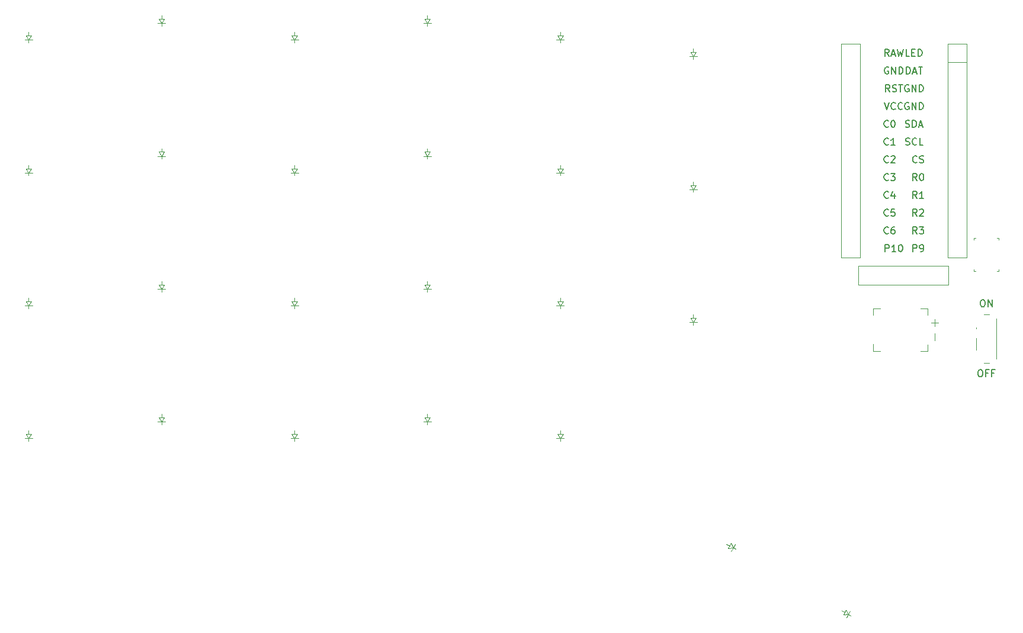
<source format=gbr>
%TF.GenerationSoftware,KiCad,Pcbnew,9.0.2*%
%TF.CreationDate,2025-06-15T23:24:52+08:00*%
%TF.ProjectId,eggada50_wireless_autorouted_manually_routed,65676761-6461-4353-905f-776972656c65,0.2*%
%TF.SameCoordinates,Original*%
%TF.FileFunction,Legend,Top*%
%TF.FilePolarity,Positive*%
%FSLAX46Y46*%
G04 Gerber Fmt 4.6, Leading zero omitted, Abs format (unit mm)*
G04 Created by KiCad (PCBNEW 9.0.2) date 2025-06-15 23:24:52*
%MOMM*%
%LPD*%
G01*
G04 APERTURE LIST*
%ADD10C,0.150000*%
%ADD11C,0.100000*%
%ADD12C,0.120000*%
G04 APERTURE END LIST*
D10*
X228880952Y-79204819D02*
X229071428Y-79204819D01*
X229071428Y-79204819D02*
X229166666Y-79252438D01*
X229166666Y-79252438D02*
X229261904Y-79347676D01*
X229261904Y-79347676D02*
X229309523Y-79538152D01*
X229309523Y-79538152D02*
X229309523Y-79871485D01*
X229309523Y-79871485D02*
X229261904Y-80061961D01*
X229261904Y-80061961D02*
X229166666Y-80157200D01*
X229166666Y-80157200D02*
X229071428Y-80204819D01*
X229071428Y-80204819D02*
X228880952Y-80204819D01*
X228880952Y-80204819D02*
X228785714Y-80157200D01*
X228785714Y-80157200D02*
X228690476Y-80061961D01*
X228690476Y-80061961D02*
X228642857Y-79871485D01*
X228642857Y-79871485D02*
X228642857Y-79538152D01*
X228642857Y-79538152D02*
X228690476Y-79347676D01*
X228690476Y-79347676D02*
X228785714Y-79252438D01*
X228785714Y-79252438D02*
X228880952Y-79204819D01*
X229738095Y-80204819D02*
X229738095Y-79204819D01*
X229738095Y-79204819D02*
X230309523Y-80204819D01*
X230309523Y-80204819D02*
X230309523Y-79204819D01*
X228547619Y-89204819D02*
X228738095Y-89204819D01*
X228738095Y-89204819D02*
X228833333Y-89252438D01*
X228833333Y-89252438D02*
X228928571Y-89347676D01*
X228928571Y-89347676D02*
X228976190Y-89538152D01*
X228976190Y-89538152D02*
X228976190Y-89871485D01*
X228976190Y-89871485D02*
X228928571Y-90061961D01*
X228928571Y-90061961D02*
X228833333Y-90157200D01*
X228833333Y-90157200D02*
X228738095Y-90204819D01*
X228738095Y-90204819D02*
X228547619Y-90204819D01*
X228547619Y-90204819D02*
X228452381Y-90157200D01*
X228452381Y-90157200D02*
X228357143Y-90061961D01*
X228357143Y-90061961D02*
X228309524Y-89871485D01*
X228309524Y-89871485D02*
X228309524Y-89538152D01*
X228309524Y-89538152D02*
X228357143Y-89347676D01*
X228357143Y-89347676D02*
X228452381Y-89252438D01*
X228452381Y-89252438D02*
X228547619Y-89204819D01*
X229738095Y-89681009D02*
X229404762Y-89681009D01*
X229404762Y-90204819D02*
X229404762Y-89204819D01*
X229404762Y-89204819D02*
X229880952Y-89204819D01*
X230595238Y-89681009D02*
X230261905Y-89681009D01*
X230261905Y-90204819D02*
X230261905Y-89204819D01*
X230261905Y-89204819D02*
X230738095Y-89204819D01*
X218392095Y-51042438D02*
X218296857Y-50994819D01*
X218296857Y-50994819D02*
X218154000Y-50994819D01*
X218154000Y-50994819D02*
X218011143Y-51042438D01*
X218011143Y-51042438D02*
X217915905Y-51137676D01*
X217915905Y-51137676D02*
X217868286Y-51232914D01*
X217868286Y-51232914D02*
X217820667Y-51423390D01*
X217820667Y-51423390D02*
X217820667Y-51566247D01*
X217820667Y-51566247D02*
X217868286Y-51756723D01*
X217868286Y-51756723D02*
X217915905Y-51851961D01*
X217915905Y-51851961D02*
X218011143Y-51947200D01*
X218011143Y-51947200D02*
X218154000Y-51994819D01*
X218154000Y-51994819D02*
X218249238Y-51994819D01*
X218249238Y-51994819D02*
X218392095Y-51947200D01*
X218392095Y-51947200D02*
X218439714Y-51899580D01*
X218439714Y-51899580D02*
X218439714Y-51566247D01*
X218439714Y-51566247D02*
X218249238Y-51566247D01*
X218868286Y-51994819D02*
X218868286Y-50994819D01*
X218868286Y-50994819D02*
X219439714Y-51994819D01*
X219439714Y-51994819D02*
X219439714Y-50994819D01*
X219915905Y-51994819D02*
X219915905Y-50994819D01*
X219915905Y-50994819D02*
X220154000Y-50994819D01*
X220154000Y-50994819D02*
X220296857Y-51042438D01*
X220296857Y-51042438D02*
X220392095Y-51137676D01*
X220392095Y-51137676D02*
X220439714Y-51232914D01*
X220439714Y-51232914D02*
X220487333Y-51423390D01*
X220487333Y-51423390D02*
X220487333Y-51566247D01*
X220487333Y-51566247D02*
X220439714Y-51756723D01*
X220439714Y-51756723D02*
X220392095Y-51851961D01*
X220392095Y-51851961D02*
X220296857Y-51947200D01*
X220296857Y-51947200D02*
X220154000Y-51994819D01*
X220154000Y-51994819D02*
X219915905Y-51994819D01*
X218392095Y-48502438D02*
X218296857Y-48454819D01*
X218296857Y-48454819D02*
X218154000Y-48454819D01*
X218154000Y-48454819D02*
X218011143Y-48502438D01*
X218011143Y-48502438D02*
X217915905Y-48597676D01*
X217915905Y-48597676D02*
X217868286Y-48692914D01*
X217868286Y-48692914D02*
X217820667Y-48883390D01*
X217820667Y-48883390D02*
X217820667Y-49026247D01*
X217820667Y-49026247D02*
X217868286Y-49216723D01*
X217868286Y-49216723D02*
X217915905Y-49311961D01*
X217915905Y-49311961D02*
X218011143Y-49407200D01*
X218011143Y-49407200D02*
X218154000Y-49454819D01*
X218154000Y-49454819D02*
X218249238Y-49454819D01*
X218249238Y-49454819D02*
X218392095Y-49407200D01*
X218392095Y-49407200D02*
X218439714Y-49359580D01*
X218439714Y-49359580D02*
X218439714Y-49026247D01*
X218439714Y-49026247D02*
X218249238Y-49026247D01*
X218868286Y-49454819D02*
X218868286Y-48454819D01*
X218868286Y-48454819D02*
X219439714Y-49454819D01*
X219439714Y-49454819D02*
X219439714Y-48454819D01*
X219915905Y-49454819D02*
X219915905Y-48454819D01*
X219915905Y-48454819D02*
X220154000Y-48454819D01*
X220154000Y-48454819D02*
X220296857Y-48502438D01*
X220296857Y-48502438D02*
X220392095Y-48597676D01*
X220392095Y-48597676D02*
X220439714Y-48692914D01*
X220439714Y-48692914D02*
X220487333Y-48883390D01*
X220487333Y-48883390D02*
X220487333Y-49026247D01*
X220487333Y-49026247D02*
X220439714Y-49216723D01*
X220439714Y-49216723D02*
X220392095Y-49311961D01*
X220392095Y-49311961D02*
X220296857Y-49407200D01*
X220296857Y-49407200D02*
X220154000Y-49454819D01*
X220154000Y-49454819D02*
X219915905Y-49454819D01*
X218082571Y-46914819D02*
X218082571Y-45914819D01*
X218082571Y-45914819D02*
X218320666Y-45914819D01*
X218320666Y-45914819D02*
X218463523Y-45962438D01*
X218463523Y-45962438D02*
X218558761Y-46057676D01*
X218558761Y-46057676D02*
X218606380Y-46152914D01*
X218606380Y-46152914D02*
X218653999Y-46343390D01*
X218653999Y-46343390D02*
X218653999Y-46486247D01*
X218653999Y-46486247D02*
X218606380Y-46676723D01*
X218606380Y-46676723D02*
X218558761Y-46771961D01*
X218558761Y-46771961D02*
X218463523Y-46867200D01*
X218463523Y-46867200D02*
X218320666Y-46914819D01*
X218320666Y-46914819D02*
X218082571Y-46914819D01*
X219034952Y-46629104D02*
X219511142Y-46629104D01*
X218939714Y-46914819D02*
X219273047Y-45914819D01*
X219273047Y-45914819D02*
X219606380Y-46914819D01*
X219796857Y-45914819D02*
X220368285Y-45914819D01*
X220082571Y-46914819D02*
X220082571Y-45914819D01*
X215497333Y-59519580D02*
X215449714Y-59567200D01*
X215449714Y-59567200D02*
X215306857Y-59614819D01*
X215306857Y-59614819D02*
X215211619Y-59614819D01*
X215211619Y-59614819D02*
X215068762Y-59567200D01*
X215068762Y-59567200D02*
X214973524Y-59471961D01*
X214973524Y-59471961D02*
X214925905Y-59376723D01*
X214925905Y-59376723D02*
X214878286Y-59186247D01*
X214878286Y-59186247D02*
X214878286Y-59043390D01*
X214878286Y-59043390D02*
X214925905Y-58852914D01*
X214925905Y-58852914D02*
X214973524Y-58757676D01*
X214973524Y-58757676D02*
X215068762Y-58662438D01*
X215068762Y-58662438D02*
X215211619Y-58614819D01*
X215211619Y-58614819D02*
X215306857Y-58614819D01*
X215306857Y-58614819D02*
X215449714Y-58662438D01*
X215449714Y-58662438D02*
X215497333Y-58710057D01*
X215878286Y-58710057D02*
X215925905Y-58662438D01*
X215925905Y-58662438D02*
X216021143Y-58614819D01*
X216021143Y-58614819D02*
X216259238Y-58614819D01*
X216259238Y-58614819D02*
X216354476Y-58662438D01*
X216354476Y-58662438D02*
X216402095Y-58710057D01*
X216402095Y-58710057D02*
X216449714Y-58805295D01*
X216449714Y-58805295D02*
X216449714Y-58900533D01*
X216449714Y-58900533D02*
X216402095Y-59043390D01*
X216402095Y-59043390D02*
X215830667Y-59614819D01*
X215830667Y-59614819D02*
X216449714Y-59614819D01*
X215497333Y-62059580D02*
X215449714Y-62107200D01*
X215449714Y-62107200D02*
X215306857Y-62154819D01*
X215306857Y-62154819D02*
X215211619Y-62154819D01*
X215211619Y-62154819D02*
X215068762Y-62107200D01*
X215068762Y-62107200D02*
X214973524Y-62011961D01*
X214973524Y-62011961D02*
X214925905Y-61916723D01*
X214925905Y-61916723D02*
X214878286Y-61726247D01*
X214878286Y-61726247D02*
X214878286Y-61583390D01*
X214878286Y-61583390D02*
X214925905Y-61392914D01*
X214925905Y-61392914D02*
X214973524Y-61297676D01*
X214973524Y-61297676D02*
X215068762Y-61202438D01*
X215068762Y-61202438D02*
X215211619Y-61154819D01*
X215211619Y-61154819D02*
X215306857Y-61154819D01*
X215306857Y-61154819D02*
X215449714Y-61202438D01*
X215449714Y-61202438D02*
X215497333Y-61250057D01*
X215830667Y-61154819D02*
X216449714Y-61154819D01*
X216449714Y-61154819D02*
X216116381Y-61535771D01*
X216116381Y-61535771D02*
X216259238Y-61535771D01*
X216259238Y-61535771D02*
X216354476Y-61583390D01*
X216354476Y-61583390D02*
X216402095Y-61631009D01*
X216402095Y-61631009D02*
X216449714Y-61726247D01*
X216449714Y-61726247D02*
X216449714Y-61964342D01*
X216449714Y-61964342D02*
X216402095Y-62059580D01*
X216402095Y-62059580D02*
X216354476Y-62107200D01*
X216354476Y-62107200D02*
X216259238Y-62154819D01*
X216259238Y-62154819D02*
X215973524Y-62154819D01*
X215973524Y-62154819D02*
X215878286Y-62107200D01*
X215878286Y-62107200D02*
X215830667Y-62059580D01*
X215497333Y-69679580D02*
X215449714Y-69727200D01*
X215449714Y-69727200D02*
X215306857Y-69774819D01*
X215306857Y-69774819D02*
X215211619Y-69774819D01*
X215211619Y-69774819D02*
X215068762Y-69727200D01*
X215068762Y-69727200D02*
X214973524Y-69631961D01*
X214973524Y-69631961D02*
X214925905Y-69536723D01*
X214925905Y-69536723D02*
X214878286Y-69346247D01*
X214878286Y-69346247D02*
X214878286Y-69203390D01*
X214878286Y-69203390D02*
X214925905Y-69012914D01*
X214925905Y-69012914D02*
X214973524Y-68917676D01*
X214973524Y-68917676D02*
X215068762Y-68822438D01*
X215068762Y-68822438D02*
X215211619Y-68774819D01*
X215211619Y-68774819D02*
X215306857Y-68774819D01*
X215306857Y-68774819D02*
X215449714Y-68822438D01*
X215449714Y-68822438D02*
X215497333Y-68870057D01*
X216354476Y-68774819D02*
X216164000Y-68774819D01*
X216164000Y-68774819D02*
X216068762Y-68822438D01*
X216068762Y-68822438D02*
X216021143Y-68870057D01*
X216021143Y-68870057D02*
X215925905Y-69012914D01*
X215925905Y-69012914D02*
X215878286Y-69203390D01*
X215878286Y-69203390D02*
X215878286Y-69584342D01*
X215878286Y-69584342D02*
X215925905Y-69679580D01*
X215925905Y-69679580D02*
X215973524Y-69727200D01*
X215973524Y-69727200D02*
X216068762Y-69774819D01*
X216068762Y-69774819D02*
X216259238Y-69774819D01*
X216259238Y-69774819D02*
X216354476Y-69727200D01*
X216354476Y-69727200D02*
X216402095Y-69679580D01*
X216402095Y-69679580D02*
X216449714Y-69584342D01*
X216449714Y-69584342D02*
X216449714Y-69346247D01*
X216449714Y-69346247D02*
X216402095Y-69251009D01*
X216402095Y-69251009D02*
X216354476Y-69203390D01*
X216354476Y-69203390D02*
X216259238Y-69155771D01*
X216259238Y-69155771D02*
X216068762Y-69155771D01*
X216068762Y-69155771D02*
X215973524Y-69203390D01*
X215973524Y-69203390D02*
X215925905Y-69251009D01*
X215925905Y-69251009D02*
X215878286Y-69346247D01*
X215497333Y-54439580D02*
X215449714Y-54487200D01*
X215449714Y-54487200D02*
X215306857Y-54534819D01*
X215306857Y-54534819D02*
X215211619Y-54534819D01*
X215211619Y-54534819D02*
X215068762Y-54487200D01*
X215068762Y-54487200D02*
X214973524Y-54391961D01*
X214973524Y-54391961D02*
X214925905Y-54296723D01*
X214925905Y-54296723D02*
X214878286Y-54106247D01*
X214878286Y-54106247D02*
X214878286Y-53963390D01*
X214878286Y-53963390D02*
X214925905Y-53772914D01*
X214925905Y-53772914D02*
X214973524Y-53677676D01*
X214973524Y-53677676D02*
X215068762Y-53582438D01*
X215068762Y-53582438D02*
X215211619Y-53534819D01*
X215211619Y-53534819D02*
X215306857Y-53534819D01*
X215306857Y-53534819D02*
X215449714Y-53582438D01*
X215449714Y-53582438D02*
X215497333Y-53630057D01*
X216116381Y-53534819D02*
X216211619Y-53534819D01*
X216211619Y-53534819D02*
X216306857Y-53582438D01*
X216306857Y-53582438D02*
X216354476Y-53630057D01*
X216354476Y-53630057D02*
X216402095Y-53725295D01*
X216402095Y-53725295D02*
X216449714Y-53915771D01*
X216449714Y-53915771D02*
X216449714Y-54153866D01*
X216449714Y-54153866D02*
X216402095Y-54344342D01*
X216402095Y-54344342D02*
X216354476Y-54439580D01*
X216354476Y-54439580D02*
X216306857Y-54487200D01*
X216306857Y-54487200D02*
X216211619Y-54534819D01*
X216211619Y-54534819D02*
X216116381Y-54534819D01*
X216116381Y-54534819D02*
X216021143Y-54487200D01*
X216021143Y-54487200D02*
X215973524Y-54439580D01*
X215973524Y-54439580D02*
X215925905Y-54344342D01*
X215925905Y-54344342D02*
X215878286Y-54153866D01*
X215878286Y-54153866D02*
X215878286Y-53915771D01*
X215878286Y-53915771D02*
X215925905Y-53725295D01*
X215925905Y-53725295D02*
X215973524Y-53630057D01*
X215973524Y-53630057D02*
X216021143Y-53582438D01*
X216021143Y-53582438D02*
X216116381Y-53534819D01*
X215492095Y-45962438D02*
X215396857Y-45914819D01*
X215396857Y-45914819D02*
X215254000Y-45914819D01*
X215254000Y-45914819D02*
X215111143Y-45962438D01*
X215111143Y-45962438D02*
X215015905Y-46057676D01*
X215015905Y-46057676D02*
X214968286Y-46152914D01*
X214968286Y-46152914D02*
X214920667Y-46343390D01*
X214920667Y-46343390D02*
X214920667Y-46486247D01*
X214920667Y-46486247D02*
X214968286Y-46676723D01*
X214968286Y-46676723D02*
X215015905Y-46771961D01*
X215015905Y-46771961D02*
X215111143Y-46867200D01*
X215111143Y-46867200D02*
X215254000Y-46914819D01*
X215254000Y-46914819D02*
X215349238Y-46914819D01*
X215349238Y-46914819D02*
X215492095Y-46867200D01*
X215492095Y-46867200D02*
X215539714Y-46819580D01*
X215539714Y-46819580D02*
X215539714Y-46486247D01*
X215539714Y-46486247D02*
X215349238Y-46486247D01*
X215968286Y-46914819D02*
X215968286Y-45914819D01*
X215968286Y-45914819D02*
X216539714Y-46914819D01*
X216539714Y-46914819D02*
X216539714Y-45914819D01*
X217015905Y-46914819D02*
X217015905Y-45914819D01*
X217015905Y-45914819D02*
X217254000Y-45914819D01*
X217254000Y-45914819D02*
X217396857Y-45962438D01*
X217396857Y-45962438D02*
X217492095Y-46057676D01*
X217492095Y-46057676D02*
X217539714Y-46152914D01*
X217539714Y-46152914D02*
X217587333Y-46343390D01*
X217587333Y-46343390D02*
X217587333Y-46486247D01*
X217587333Y-46486247D02*
X217539714Y-46676723D01*
X217539714Y-46676723D02*
X217492095Y-46771961D01*
X217492095Y-46771961D02*
X217396857Y-46867200D01*
X217396857Y-46867200D02*
X217254000Y-46914819D01*
X217254000Y-46914819D02*
X217015905Y-46914819D01*
X219577333Y-67234819D02*
X219244000Y-66758628D01*
X219005905Y-67234819D02*
X219005905Y-66234819D01*
X219005905Y-66234819D02*
X219386857Y-66234819D01*
X219386857Y-66234819D02*
X219482095Y-66282438D01*
X219482095Y-66282438D02*
X219529714Y-66330057D01*
X219529714Y-66330057D02*
X219577333Y-66425295D01*
X219577333Y-66425295D02*
X219577333Y-66568152D01*
X219577333Y-66568152D02*
X219529714Y-66663390D01*
X219529714Y-66663390D02*
X219482095Y-66711009D01*
X219482095Y-66711009D02*
X219386857Y-66758628D01*
X219386857Y-66758628D02*
X219005905Y-66758628D01*
X219958286Y-66330057D02*
X220005905Y-66282438D01*
X220005905Y-66282438D02*
X220101143Y-66234819D01*
X220101143Y-66234819D02*
X220339238Y-66234819D01*
X220339238Y-66234819D02*
X220434476Y-66282438D01*
X220434476Y-66282438D02*
X220482095Y-66330057D01*
X220482095Y-66330057D02*
X220529714Y-66425295D01*
X220529714Y-66425295D02*
X220529714Y-66520533D01*
X220529714Y-66520533D02*
X220482095Y-66663390D01*
X220482095Y-66663390D02*
X219910667Y-67234819D01*
X219910667Y-67234819D02*
X220529714Y-67234819D01*
X219577333Y-69774819D02*
X219244000Y-69298628D01*
X219005905Y-69774819D02*
X219005905Y-68774819D01*
X219005905Y-68774819D02*
X219386857Y-68774819D01*
X219386857Y-68774819D02*
X219482095Y-68822438D01*
X219482095Y-68822438D02*
X219529714Y-68870057D01*
X219529714Y-68870057D02*
X219577333Y-68965295D01*
X219577333Y-68965295D02*
X219577333Y-69108152D01*
X219577333Y-69108152D02*
X219529714Y-69203390D01*
X219529714Y-69203390D02*
X219482095Y-69251009D01*
X219482095Y-69251009D02*
X219386857Y-69298628D01*
X219386857Y-69298628D02*
X219005905Y-69298628D01*
X219910667Y-68774819D02*
X220529714Y-68774819D01*
X220529714Y-68774819D02*
X220196381Y-69155771D01*
X220196381Y-69155771D02*
X220339238Y-69155771D01*
X220339238Y-69155771D02*
X220434476Y-69203390D01*
X220434476Y-69203390D02*
X220482095Y-69251009D01*
X220482095Y-69251009D02*
X220529714Y-69346247D01*
X220529714Y-69346247D02*
X220529714Y-69584342D01*
X220529714Y-69584342D02*
X220482095Y-69679580D01*
X220482095Y-69679580D02*
X220434476Y-69727200D01*
X220434476Y-69727200D02*
X220339238Y-69774819D01*
X220339238Y-69774819D02*
X220053524Y-69774819D01*
X220053524Y-69774819D02*
X219958286Y-69727200D01*
X219958286Y-69727200D02*
X219910667Y-69679580D01*
X219577333Y-59519580D02*
X219529714Y-59567200D01*
X219529714Y-59567200D02*
X219386857Y-59614819D01*
X219386857Y-59614819D02*
X219291619Y-59614819D01*
X219291619Y-59614819D02*
X219148762Y-59567200D01*
X219148762Y-59567200D02*
X219053524Y-59471961D01*
X219053524Y-59471961D02*
X219005905Y-59376723D01*
X219005905Y-59376723D02*
X218958286Y-59186247D01*
X218958286Y-59186247D02*
X218958286Y-59043390D01*
X218958286Y-59043390D02*
X219005905Y-58852914D01*
X219005905Y-58852914D02*
X219053524Y-58757676D01*
X219053524Y-58757676D02*
X219148762Y-58662438D01*
X219148762Y-58662438D02*
X219291619Y-58614819D01*
X219291619Y-58614819D02*
X219386857Y-58614819D01*
X219386857Y-58614819D02*
X219529714Y-58662438D01*
X219529714Y-58662438D02*
X219577333Y-58710057D01*
X219958286Y-59567200D02*
X220101143Y-59614819D01*
X220101143Y-59614819D02*
X220339238Y-59614819D01*
X220339238Y-59614819D02*
X220434476Y-59567200D01*
X220434476Y-59567200D02*
X220482095Y-59519580D01*
X220482095Y-59519580D02*
X220529714Y-59424342D01*
X220529714Y-59424342D02*
X220529714Y-59329104D01*
X220529714Y-59329104D02*
X220482095Y-59233866D01*
X220482095Y-59233866D02*
X220434476Y-59186247D01*
X220434476Y-59186247D02*
X220339238Y-59138628D01*
X220339238Y-59138628D02*
X220148762Y-59091009D01*
X220148762Y-59091009D02*
X220053524Y-59043390D01*
X220053524Y-59043390D02*
X220005905Y-58995771D01*
X220005905Y-58995771D02*
X219958286Y-58900533D01*
X219958286Y-58900533D02*
X219958286Y-58805295D01*
X219958286Y-58805295D02*
X220005905Y-58710057D01*
X220005905Y-58710057D02*
X220053524Y-58662438D01*
X220053524Y-58662438D02*
X220148762Y-58614819D01*
X220148762Y-58614819D02*
X220386857Y-58614819D01*
X220386857Y-58614819D02*
X220529714Y-58662438D01*
X217963524Y-57027200D02*
X218106381Y-57074819D01*
X218106381Y-57074819D02*
X218344476Y-57074819D01*
X218344476Y-57074819D02*
X218439714Y-57027200D01*
X218439714Y-57027200D02*
X218487333Y-56979580D01*
X218487333Y-56979580D02*
X218534952Y-56884342D01*
X218534952Y-56884342D02*
X218534952Y-56789104D01*
X218534952Y-56789104D02*
X218487333Y-56693866D01*
X218487333Y-56693866D02*
X218439714Y-56646247D01*
X218439714Y-56646247D02*
X218344476Y-56598628D01*
X218344476Y-56598628D02*
X218154000Y-56551009D01*
X218154000Y-56551009D02*
X218058762Y-56503390D01*
X218058762Y-56503390D02*
X218011143Y-56455771D01*
X218011143Y-56455771D02*
X217963524Y-56360533D01*
X217963524Y-56360533D02*
X217963524Y-56265295D01*
X217963524Y-56265295D02*
X218011143Y-56170057D01*
X218011143Y-56170057D02*
X218058762Y-56122438D01*
X218058762Y-56122438D02*
X218154000Y-56074819D01*
X218154000Y-56074819D02*
X218392095Y-56074819D01*
X218392095Y-56074819D02*
X218534952Y-56122438D01*
X219534952Y-56979580D02*
X219487333Y-57027200D01*
X219487333Y-57027200D02*
X219344476Y-57074819D01*
X219344476Y-57074819D02*
X219249238Y-57074819D01*
X219249238Y-57074819D02*
X219106381Y-57027200D01*
X219106381Y-57027200D02*
X219011143Y-56931961D01*
X219011143Y-56931961D02*
X218963524Y-56836723D01*
X218963524Y-56836723D02*
X218915905Y-56646247D01*
X218915905Y-56646247D02*
X218915905Y-56503390D01*
X218915905Y-56503390D02*
X218963524Y-56312914D01*
X218963524Y-56312914D02*
X219011143Y-56217676D01*
X219011143Y-56217676D02*
X219106381Y-56122438D01*
X219106381Y-56122438D02*
X219249238Y-56074819D01*
X219249238Y-56074819D02*
X219344476Y-56074819D01*
X219344476Y-56074819D02*
X219487333Y-56122438D01*
X219487333Y-56122438D02*
X219534952Y-56170057D01*
X220439714Y-57074819D02*
X219963524Y-57074819D01*
X219963524Y-57074819D02*
X219963524Y-56074819D01*
X214920667Y-50994819D02*
X215254000Y-51994819D01*
X215254000Y-51994819D02*
X215587333Y-50994819D01*
X216492095Y-51899580D02*
X216444476Y-51947200D01*
X216444476Y-51947200D02*
X216301619Y-51994819D01*
X216301619Y-51994819D02*
X216206381Y-51994819D01*
X216206381Y-51994819D02*
X216063524Y-51947200D01*
X216063524Y-51947200D02*
X215968286Y-51851961D01*
X215968286Y-51851961D02*
X215920667Y-51756723D01*
X215920667Y-51756723D02*
X215873048Y-51566247D01*
X215873048Y-51566247D02*
X215873048Y-51423390D01*
X215873048Y-51423390D02*
X215920667Y-51232914D01*
X215920667Y-51232914D02*
X215968286Y-51137676D01*
X215968286Y-51137676D02*
X216063524Y-51042438D01*
X216063524Y-51042438D02*
X216206381Y-50994819D01*
X216206381Y-50994819D02*
X216301619Y-50994819D01*
X216301619Y-50994819D02*
X216444476Y-51042438D01*
X216444476Y-51042438D02*
X216492095Y-51090057D01*
X217492095Y-51899580D02*
X217444476Y-51947200D01*
X217444476Y-51947200D02*
X217301619Y-51994819D01*
X217301619Y-51994819D02*
X217206381Y-51994819D01*
X217206381Y-51994819D02*
X217063524Y-51947200D01*
X217063524Y-51947200D02*
X216968286Y-51851961D01*
X216968286Y-51851961D02*
X216920667Y-51756723D01*
X216920667Y-51756723D02*
X216873048Y-51566247D01*
X216873048Y-51566247D02*
X216873048Y-51423390D01*
X216873048Y-51423390D02*
X216920667Y-51232914D01*
X216920667Y-51232914D02*
X216968286Y-51137676D01*
X216968286Y-51137676D02*
X217063524Y-51042438D01*
X217063524Y-51042438D02*
X217206381Y-50994819D01*
X217206381Y-50994819D02*
X217301619Y-50994819D01*
X217301619Y-50994819D02*
X217444476Y-51042438D01*
X217444476Y-51042438D02*
X217492095Y-51090057D01*
X215706380Y-49454819D02*
X215373047Y-48978628D01*
X215134952Y-49454819D02*
X215134952Y-48454819D01*
X215134952Y-48454819D02*
X215515904Y-48454819D01*
X215515904Y-48454819D02*
X215611142Y-48502438D01*
X215611142Y-48502438D02*
X215658761Y-48550057D01*
X215658761Y-48550057D02*
X215706380Y-48645295D01*
X215706380Y-48645295D02*
X215706380Y-48788152D01*
X215706380Y-48788152D02*
X215658761Y-48883390D01*
X215658761Y-48883390D02*
X215611142Y-48931009D01*
X215611142Y-48931009D02*
X215515904Y-48978628D01*
X215515904Y-48978628D02*
X215134952Y-48978628D01*
X216087333Y-49407200D02*
X216230190Y-49454819D01*
X216230190Y-49454819D02*
X216468285Y-49454819D01*
X216468285Y-49454819D02*
X216563523Y-49407200D01*
X216563523Y-49407200D02*
X216611142Y-49359580D01*
X216611142Y-49359580D02*
X216658761Y-49264342D01*
X216658761Y-49264342D02*
X216658761Y-49169104D01*
X216658761Y-49169104D02*
X216611142Y-49073866D01*
X216611142Y-49073866D02*
X216563523Y-49026247D01*
X216563523Y-49026247D02*
X216468285Y-48978628D01*
X216468285Y-48978628D02*
X216277809Y-48931009D01*
X216277809Y-48931009D02*
X216182571Y-48883390D01*
X216182571Y-48883390D02*
X216134952Y-48835771D01*
X216134952Y-48835771D02*
X216087333Y-48740533D01*
X216087333Y-48740533D02*
X216087333Y-48645295D01*
X216087333Y-48645295D02*
X216134952Y-48550057D01*
X216134952Y-48550057D02*
X216182571Y-48502438D01*
X216182571Y-48502438D02*
X216277809Y-48454819D01*
X216277809Y-48454819D02*
X216515904Y-48454819D01*
X216515904Y-48454819D02*
X216658761Y-48502438D01*
X216944476Y-48454819D02*
X217515904Y-48454819D01*
X217230190Y-49454819D02*
X217230190Y-48454819D01*
X219577333Y-64694819D02*
X219244000Y-64218628D01*
X219005905Y-64694819D02*
X219005905Y-63694819D01*
X219005905Y-63694819D02*
X219386857Y-63694819D01*
X219386857Y-63694819D02*
X219482095Y-63742438D01*
X219482095Y-63742438D02*
X219529714Y-63790057D01*
X219529714Y-63790057D02*
X219577333Y-63885295D01*
X219577333Y-63885295D02*
X219577333Y-64028152D01*
X219577333Y-64028152D02*
X219529714Y-64123390D01*
X219529714Y-64123390D02*
X219482095Y-64171009D01*
X219482095Y-64171009D02*
X219386857Y-64218628D01*
X219386857Y-64218628D02*
X219005905Y-64218628D01*
X220529714Y-64694819D02*
X219958286Y-64694819D01*
X220244000Y-64694819D02*
X220244000Y-63694819D01*
X220244000Y-63694819D02*
X220148762Y-63837676D01*
X220148762Y-63837676D02*
X220053524Y-63932914D01*
X220053524Y-63932914D02*
X219958286Y-63980533D01*
X215039714Y-72314819D02*
X215039714Y-71314819D01*
X215039714Y-71314819D02*
X215420666Y-71314819D01*
X215420666Y-71314819D02*
X215515904Y-71362438D01*
X215515904Y-71362438D02*
X215563523Y-71410057D01*
X215563523Y-71410057D02*
X215611142Y-71505295D01*
X215611142Y-71505295D02*
X215611142Y-71648152D01*
X215611142Y-71648152D02*
X215563523Y-71743390D01*
X215563523Y-71743390D02*
X215515904Y-71791009D01*
X215515904Y-71791009D02*
X215420666Y-71838628D01*
X215420666Y-71838628D02*
X215039714Y-71838628D01*
X216563523Y-72314819D02*
X215992095Y-72314819D01*
X216277809Y-72314819D02*
X216277809Y-71314819D01*
X216277809Y-71314819D02*
X216182571Y-71457676D01*
X216182571Y-71457676D02*
X216087333Y-71552914D01*
X216087333Y-71552914D02*
X215992095Y-71600533D01*
X217182571Y-71314819D02*
X217277809Y-71314819D01*
X217277809Y-71314819D02*
X217373047Y-71362438D01*
X217373047Y-71362438D02*
X217420666Y-71410057D01*
X217420666Y-71410057D02*
X217468285Y-71505295D01*
X217468285Y-71505295D02*
X217515904Y-71695771D01*
X217515904Y-71695771D02*
X217515904Y-71933866D01*
X217515904Y-71933866D02*
X217468285Y-72124342D01*
X217468285Y-72124342D02*
X217420666Y-72219580D01*
X217420666Y-72219580D02*
X217373047Y-72267200D01*
X217373047Y-72267200D02*
X217277809Y-72314819D01*
X217277809Y-72314819D02*
X217182571Y-72314819D01*
X217182571Y-72314819D02*
X217087333Y-72267200D01*
X217087333Y-72267200D02*
X217039714Y-72219580D01*
X217039714Y-72219580D02*
X216992095Y-72124342D01*
X216992095Y-72124342D02*
X216944476Y-71933866D01*
X216944476Y-71933866D02*
X216944476Y-71695771D01*
X216944476Y-71695771D02*
X216992095Y-71505295D01*
X216992095Y-71505295D02*
X217039714Y-71410057D01*
X217039714Y-71410057D02*
X217087333Y-71362438D01*
X217087333Y-71362438D02*
X217182571Y-71314819D01*
X215497333Y-64599580D02*
X215449714Y-64647200D01*
X215449714Y-64647200D02*
X215306857Y-64694819D01*
X215306857Y-64694819D02*
X215211619Y-64694819D01*
X215211619Y-64694819D02*
X215068762Y-64647200D01*
X215068762Y-64647200D02*
X214973524Y-64551961D01*
X214973524Y-64551961D02*
X214925905Y-64456723D01*
X214925905Y-64456723D02*
X214878286Y-64266247D01*
X214878286Y-64266247D02*
X214878286Y-64123390D01*
X214878286Y-64123390D02*
X214925905Y-63932914D01*
X214925905Y-63932914D02*
X214973524Y-63837676D01*
X214973524Y-63837676D02*
X215068762Y-63742438D01*
X215068762Y-63742438D02*
X215211619Y-63694819D01*
X215211619Y-63694819D02*
X215306857Y-63694819D01*
X215306857Y-63694819D02*
X215449714Y-63742438D01*
X215449714Y-63742438D02*
X215497333Y-63790057D01*
X216354476Y-64028152D02*
X216354476Y-64694819D01*
X216116381Y-63647200D02*
X215878286Y-64361485D01*
X215878286Y-64361485D02*
X216497333Y-64361485D01*
X215563523Y-44374819D02*
X215230190Y-43898628D01*
X214992095Y-44374819D02*
X214992095Y-43374819D01*
X214992095Y-43374819D02*
X215373047Y-43374819D01*
X215373047Y-43374819D02*
X215468285Y-43422438D01*
X215468285Y-43422438D02*
X215515904Y-43470057D01*
X215515904Y-43470057D02*
X215563523Y-43565295D01*
X215563523Y-43565295D02*
X215563523Y-43708152D01*
X215563523Y-43708152D02*
X215515904Y-43803390D01*
X215515904Y-43803390D02*
X215468285Y-43851009D01*
X215468285Y-43851009D02*
X215373047Y-43898628D01*
X215373047Y-43898628D02*
X214992095Y-43898628D01*
X215944476Y-44089104D02*
X216420666Y-44089104D01*
X215849238Y-44374819D02*
X216182571Y-43374819D01*
X216182571Y-43374819D02*
X216515904Y-44374819D01*
X216754000Y-43374819D02*
X216992095Y-44374819D01*
X216992095Y-44374819D02*
X217182571Y-43660533D01*
X217182571Y-43660533D02*
X217373047Y-44374819D01*
X217373047Y-44374819D02*
X217611143Y-43374819D01*
X219577333Y-62154819D02*
X219244000Y-61678628D01*
X219005905Y-62154819D02*
X219005905Y-61154819D01*
X219005905Y-61154819D02*
X219386857Y-61154819D01*
X219386857Y-61154819D02*
X219482095Y-61202438D01*
X219482095Y-61202438D02*
X219529714Y-61250057D01*
X219529714Y-61250057D02*
X219577333Y-61345295D01*
X219577333Y-61345295D02*
X219577333Y-61488152D01*
X219577333Y-61488152D02*
X219529714Y-61583390D01*
X219529714Y-61583390D02*
X219482095Y-61631009D01*
X219482095Y-61631009D02*
X219386857Y-61678628D01*
X219386857Y-61678628D02*
X219005905Y-61678628D01*
X220196381Y-61154819D02*
X220291619Y-61154819D01*
X220291619Y-61154819D02*
X220386857Y-61202438D01*
X220386857Y-61202438D02*
X220434476Y-61250057D01*
X220434476Y-61250057D02*
X220482095Y-61345295D01*
X220482095Y-61345295D02*
X220529714Y-61535771D01*
X220529714Y-61535771D02*
X220529714Y-61773866D01*
X220529714Y-61773866D02*
X220482095Y-61964342D01*
X220482095Y-61964342D02*
X220434476Y-62059580D01*
X220434476Y-62059580D02*
X220386857Y-62107200D01*
X220386857Y-62107200D02*
X220291619Y-62154819D01*
X220291619Y-62154819D02*
X220196381Y-62154819D01*
X220196381Y-62154819D02*
X220101143Y-62107200D01*
X220101143Y-62107200D02*
X220053524Y-62059580D01*
X220053524Y-62059580D02*
X220005905Y-61964342D01*
X220005905Y-61964342D02*
X219958286Y-61773866D01*
X219958286Y-61773866D02*
X219958286Y-61535771D01*
X219958286Y-61535771D02*
X220005905Y-61345295D01*
X220005905Y-61345295D02*
X220053524Y-61250057D01*
X220053524Y-61250057D02*
X220101143Y-61202438D01*
X220101143Y-61202438D02*
X220196381Y-61154819D01*
X218511142Y-44374819D02*
X218034952Y-44374819D01*
X218034952Y-44374819D02*
X218034952Y-43374819D01*
X218844476Y-43851009D02*
X219177809Y-43851009D01*
X219320666Y-44374819D02*
X218844476Y-44374819D01*
X218844476Y-44374819D02*
X218844476Y-43374819D01*
X218844476Y-43374819D02*
X219320666Y-43374819D01*
X219749238Y-44374819D02*
X219749238Y-43374819D01*
X219749238Y-43374819D02*
X219987333Y-43374819D01*
X219987333Y-43374819D02*
X220130190Y-43422438D01*
X220130190Y-43422438D02*
X220225428Y-43517676D01*
X220225428Y-43517676D02*
X220273047Y-43612914D01*
X220273047Y-43612914D02*
X220320666Y-43803390D01*
X220320666Y-43803390D02*
X220320666Y-43946247D01*
X220320666Y-43946247D02*
X220273047Y-44136723D01*
X220273047Y-44136723D02*
X220225428Y-44231961D01*
X220225428Y-44231961D02*
X220130190Y-44327200D01*
X220130190Y-44327200D02*
X219987333Y-44374819D01*
X219987333Y-44374819D02*
X219749238Y-44374819D01*
X215497333Y-56979580D02*
X215449714Y-57027200D01*
X215449714Y-57027200D02*
X215306857Y-57074819D01*
X215306857Y-57074819D02*
X215211619Y-57074819D01*
X215211619Y-57074819D02*
X215068762Y-57027200D01*
X215068762Y-57027200D02*
X214973524Y-56931961D01*
X214973524Y-56931961D02*
X214925905Y-56836723D01*
X214925905Y-56836723D02*
X214878286Y-56646247D01*
X214878286Y-56646247D02*
X214878286Y-56503390D01*
X214878286Y-56503390D02*
X214925905Y-56312914D01*
X214925905Y-56312914D02*
X214973524Y-56217676D01*
X214973524Y-56217676D02*
X215068762Y-56122438D01*
X215068762Y-56122438D02*
X215211619Y-56074819D01*
X215211619Y-56074819D02*
X215306857Y-56074819D01*
X215306857Y-56074819D02*
X215449714Y-56122438D01*
X215449714Y-56122438D02*
X215497333Y-56170057D01*
X216449714Y-57074819D02*
X215878286Y-57074819D01*
X216164000Y-57074819D02*
X216164000Y-56074819D01*
X216164000Y-56074819D02*
X216068762Y-56217676D01*
X216068762Y-56217676D02*
X215973524Y-56312914D01*
X215973524Y-56312914D02*
X215878286Y-56360533D01*
X217939714Y-54487200D02*
X218082571Y-54534819D01*
X218082571Y-54534819D02*
X218320666Y-54534819D01*
X218320666Y-54534819D02*
X218415904Y-54487200D01*
X218415904Y-54487200D02*
X218463523Y-54439580D01*
X218463523Y-54439580D02*
X218511142Y-54344342D01*
X218511142Y-54344342D02*
X218511142Y-54249104D01*
X218511142Y-54249104D02*
X218463523Y-54153866D01*
X218463523Y-54153866D02*
X218415904Y-54106247D01*
X218415904Y-54106247D02*
X218320666Y-54058628D01*
X218320666Y-54058628D02*
X218130190Y-54011009D01*
X218130190Y-54011009D02*
X218034952Y-53963390D01*
X218034952Y-53963390D02*
X217987333Y-53915771D01*
X217987333Y-53915771D02*
X217939714Y-53820533D01*
X217939714Y-53820533D02*
X217939714Y-53725295D01*
X217939714Y-53725295D02*
X217987333Y-53630057D01*
X217987333Y-53630057D02*
X218034952Y-53582438D01*
X218034952Y-53582438D02*
X218130190Y-53534819D01*
X218130190Y-53534819D02*
X218368285Y-53534819D01*
X218368285Y-53534819D02*
X218511142Y-53582438D01*
X218939714Y-54534819D02*
X218939714Y-53534819D01*
X218939714Y-53534819D02*
X219177809Y-53534819D01*
X219177809Y-53534819D02*
X219320666Y-53582438D01*
X219320666Y-53582438D02*
X219415904Y-53677676D01*
X219415904Y-53677676D02*
X219463523Y-53772914D01*
X219463523Y-53772914D02*
X219511142Y-53963390D01*
X219511142Y-53963390D02*
X219511142Y-54106247D01*
X219511142Y-54106247D02*
X219463523Y-54296723D01*
X219463523Y-54296723D02*
X219415904Y-54391961D01*
X219415904Y-54391961D02*
X219320666Y-54487200D01*
X219320666Y-54487200D02*
X219177809Y-54534819D01*
X219177809Y-54534819D02*
X218939714Y-54534819D01*
X219892095Y-54249104D02*
X220368285Y-54249104D01*
X219796857Y-54534819D02*
X220130190Y-53534819D01*
X220130190Y-53534819D02*
X220463523Y-54534819D01*
X219005905Y-72314819D02*
X219005905Y-71314819D01*
X219005905Y-71314819D02*
X219386857Y-71314819D01*
X219386857Y-71314819D02*
X219482095Y-71362438D01*
X219482095Y-71362438D02*
X219529714Y-71410057D01*
X219529714Y-71410057D02*
X219577333Y-71505295D01*
X219577333Y-71505295D02*
X219577333Y-71648152D01*
X219577333Y-71648152D02*
X219529714Y-71743390D01*
X219529714Y-71743390D02*
X219482095Y-71791009D01*
X219482095Y-71791009D02*
X219386857Y-71838628D01*
X219386857Y-71838628D02*
X219005905Y-71838628D01*
X220053524Y-72314819D02*
X220244000Y-72314819D01*
X220244000Y-72314819D02*
X220339238Y-72267200D01*
X220339238Y-72267200D02*
X220386857Y-72219580D01*
X220386857Y-72219580D02*
X220482095Y-72076723D01*
X220482095Y-72076723D02*
X220529714Y-71886247D01*
X220529714Y-71886247D02*
X220529714Y-71505295D01*
X220529714Y-71505295D02*
X220482095Y-71410057D01*
X220482095Y-71410057D02*
X220434476Y-71362438D01*
X220434476Y-71362438D02*
X220339238Y-71314819D01*
X220339238Y-71314819D02*
X220148762Y-71314819D01*
X220148762Y-71314819D02*
X220053524Y-71362438D01*
X220053524Y-71362438D02*
X220005905Y-71410057D01*
X220005905Y-71410057D02*
X219958286Y-71505295D01*
X219958286Y-71505295D02*
X219958286Y-71743390D01*
X219958286Y-71743390D02*
X220005905Y-71838628D01*
X220005905Y-71838628D02*
X220053524Y-71886247D01*
X220053524Y-71886247D02*
X220148762Y-71933866D01*
X220148762Y-71933866D02*
X220339238Y-71933866D01*
X220339238Y-71933866D02*
X220434476Y-71886247D01*
X220434476Y-71886247D02*
X220482095Y-71838628D01*
X220482095Y-71838628D02*
X220529714Y-71743390D01*
X215497333Y-67139580D02*
X215449714Y-67187200D01*
X215449714Y-67187200D02*
X215306857Y-67234819D01*
X215306857Y-67234819D02*
X215211619Y-67234819D01*
X215211619Y-67234819D02*
X215068762Y-67187200D01*
X215068762Y-67187200D02*
X214973524Y-67091961D01*
X214973524Y-67091961D02*
X214925905Y-66996723D01*
X214925905Y-66996723D02*
X214878286Y-66806247D01*
X214878286Y-66806247D02*
X214878286Y-66663390D01*
X214878286Y-66663390D02*
X214925905Y-66472914D01*
X214925905Y-66472914D02*
X214973524Y-66377676D01*
X214973524Y-66377676D02*
X215068762Y-66282438D01*
X215068762Y-66282438D02*
X215211619Y-66234819D01*
X215211619Y-66234819D02*
X215306857Y-66234819D01*
X215306857Y-66234819D02*
X215449714Y-66282438D01*
X215449714Y-66282438D02*
X215497333Y-66330057D01*
X216402095Y-66234819D02*
X215925905Y-66234819D01*
X215925905Y-66234819D02*
X215878286Y-66711009D01*
X215878286Y-66711009D02*
X215925905Y-66663390D01*
X215925905Y-66663390D02*
X216021143Y-66615771D01*
X216021143Y-66615771D02*
X216259238Y-66615771D01*
X216259238Y-66615771D02*
X216354476Y-66663390D01*
X216354476Y-66663390D02*
X216402095Y-66711009D01*
X216402095Y-66711009D02*
X216449714Y-66806247D01*
X216449714Y-66806247D02*
X216449714Y-67044342D01*
X216449714Y-67044342D02*
X216402095Y-67139580D01*
X216402095Y-67139580D02*
X216354476Y-67187200D01*
X216354476Y-67187200D02*
X216259238Y-67234819D01*
X216259238Y-67234819D02*
X216021143Y-67234819D01*
X216021143Y-67234819D02*
X215925905Y-67187200D01*
X215925905Y-67187200D02*
X215878286Y-67139580D01*
D11*
%TO.C,D31*%
X111200000Y-77050000D02*
X112000000Y-77050000D01*
X111600000Y-77050000D02*
X111600000Y-76550000D01*
X111600000Y-77650000D02*
X111050000Y-77650000D01*
X111600000Y-77650000D02*
X111200000Y-77050000D01*
X111600000Y-77650000D02*
X112150000Y-77650000D01*
X111600000Y-78050000D02*
X111600000Y-77650000D01*
X112000000Y-77050000D02*
X111600000Y-77650000D01*
%TO.C,D28*%
X92200000Y-60425000D02*
X93000000Y-60425000D01*
X92600000Y-60425000D02*
X92600000Y-59925000D01*
X92600000Y-61025000D02*
X92050000Y-61025000D01*
X92600000Y-61025000D02*
X92200000Y-60425000D01*
X92600000Y-61025000D02*
X93150000Y-61025000D01*
X92600000Y-61425000D02*
X92600000Y-61025000D01*
X93000000Y-60425000D02*
X92600000Y-61025000D01*
%TO.C,D33*%
X111200000Y-39050000D02*
X112000000Y-39050000D01*
X111600000Y-39050000D02*
X111600000Y-38550000D01*
X111600000Y-39650000D02*
X111050000Y-39650000D01*
X111600000Y-39650000D02*
X111200000Y-39050000D01*
X111600000Y-39650000D02*
X112150000Y-39650000D01*
X111600000Y-40050000D02*
X111600000Y-39650000D01*
X112000000Y-39050000D02*
X111600000Y-39650000D01*
%TO.C,D47*%
X187200000Y-62800000D02*
X188000000Y-62800000D01*
X187600000Y-62800000D02*
X187600000Y-62300000D01*
X187600000Y-63400000D02*
X187050000Y-63400000D01*
X187600000Y-63400000D02*
X187200000Y-62800000D01*
X187600000Y-63400000D02*
X188150000Y-63400000D01*
X187600000Y-63800000D02*
X187600000Y-63400000D01*
X188000000Y-62800000D02*
X187600000Y-63400000D01*
D12*
%TO.C,PWR1*%
X228075000Y-83350000D02*
X228075000Y-83150000D01*
X228075000Y-86350000D02*
X228075000Y-84650000D01*
X229125000Y-88200000D02*
X229915000Y-88200000D01*
X229915000Y-81300000D02*
X229125000Y-81300000D01*
X230925000Y-87600000D02*
X230925000Y-81900000D01*
%TO.C,DISP1*%
X211237000Y-74370000D02*
X211237000Y-77030000D01*
X224057000Y-74370000D02*
X211237000Y-74370000D01*
X224057000Y-74370000D02*
X224057000Y-77030000D01*
X224057000Y-77030000D02*
X211237000Y-77030000D01*
D11*
%TO.C,D37*%
X130200000Y-41425000D02*
X131000000Y-41425000D01*
X130600000Y-41425000D02*
X130600000Y-40925000D01*
X130600000Y-42025000D02*
X130050000Y-42025000D01*
X130600000Y-42025000D02*
X130200000Y-41425000D01*
X130600000Y-42025000D02*
X131150000Y-42025000D01*
X130600000Y-42425000D02*
X130600000Y-42025000D01*
X131000000Y-41425000D02*
X130600000Y-42025000D01*
%TO.C,D41*%
X149200000Y-39050000D02*
X150000000Y-39050000D01*
X149600000Y-39050000D02*
X149600000Y-38550000D01*
X149600000Y-39650000D02*
X149050000Y-39650000D01*
X149600000Y-39650000D02*
X149200000Y-39050000D01*
X149600000Y-39650000D02*
X150150000Y-39650000D01*
X149600000Y-40050000D02*
X149600000Y-39650000D01*
X150000000Y-39050000D02*
X149600000Y-39650000D01*
D12*
%TO.C,JST1*%
X213290000Y-80440000D02*
X214290000Y-80440000D01*
X213290000Y-81360000D02*
X213290000Y-80440000D01*
X213290000Y-85560000D02*
X213290000Y-86560000D01*
X213290000Y-86560000D02*
X214290000Y-86560000D01*
X221110000Y-80440000D02*
X220110000Y-80440000D01*
X221110000Y-81360000D02*
X221110000Y-80440000D01*
X221110000Y-85640000D02*
X221110000Y-86560000D01*
X221110000Y-86560000D02*
X220110000Y-86560000D01*
D11*
X221650000Y-82500000D02*
X222650000Y-82500000D01*
X222150000Y-82000000D02*
X222150000Y-83000000D01*
X222150000Y-85000000D02*
X222150000Y-84000000D01*
%TO.C,D26*%
X92200000Y-98425000D02*
X93000000Y-98425000D01*
X92600000Y-98425000D02*
X92600000Y-97925000D01*
X92600000Y-99025000D02*
X92050000Y-99025000D01*
X92600000Y-99025000D02*
X92200000Y-98425000D01*
X92600000Y-99025000D02*
X93150000Y-99025000D01*
X92600000Y-99425000D02*
X92600000Y-99025000D01*
X93000000Y-98425000D02*
X92600000Y-99025000D01*
%TO.C,RST1*%
X227750000Y-70650000D02*
X227750000Y-70400000D01*
X227750000Y-74850000D02*
X227750000Y-75100000D01*
X228000000Y-70400000D02*
X227750000Y-70400000D01*
X228000000Y-75100000D02*
X227750000Y-75100000D01*
X231000000Y-70400000D02*
X231250000Y-70400000D01*
X231000000Y-75100000D02*
X231250000Y-75100000D01*
X231250000Y-70650000D02*
X231250000Y-70400000D01*
X231250000Y-74850000D02*
X231250000Y-75100000D01*
%TO.C,D40*%
X149200000Y-58050000D02*
X150000000Y-58050000D01*
X149600000Y-58050000D02*
X149600000Y-57550000D01*
X149600000Y-58650000D02*
X149050000Y-58650000D01*
X149600000Y-58650000D02*
X149200000Y-58050000D01*
X149600000Y-58650000D02*
X150150000Y-58650000D01*
X149600000Y-59050000D02*
X149600000Y-58650000D01*
X150000000Y-58050000D02*
X149600000Y-58650000D01*
%TO.C,D34*%
X130200000Y-98425000D02*
X131000000Y-98425000D01*
X130600000Y-98425000D02*
X130600000Y-97925000D01*
X130600000Y-99025000D02*
X130050000Y-99025000D01*
X130600000Y-99025000D02*
X130200000Y-98425000D01*
X130600000Y-99025000D02*
X131150000Y-99025000D01*
X130600000Y-99425000D02*
X130600000Y-99025000D01*
X131000000Y-98425000D02*
X130600000Y-99025000D01*
%TO.C,D32*%
X111200000Y-58050000D02*
X112000000Y-58050000D01*
X111600000Y-58050000D02*
X111600000Y-57550000D01*
X111600000Y-58650000D02*
X111050000Y-58650000D01*
X111600000Y-58650000D02*
X111200000Y-58050000D01*
X111600000Y-58650000D02*
X112150000Y-58650000D01*
X111600000Y-59050000D02*
X111600000Y-58650000D01*
X112000000Y-58050000D02*
X111600000Y-58650000D01*
%TO.C,D38*%
X149200000Y-96050000D02*
X150000000Y-96050000D01*
X149600000Y-96050000D02*
X149600000Y-95550000D01*
X149600000Y-96650000D02*
X149050000Y-96650000D01*
X149600000Y-96650000D02*
X149200000Y-96050000D01*
X149600000Y-96650000D02*
X150150000Y-96650000D01*
X149600000Y-97050000D02*
X149600000Y-96650000D01*
X150000000Y-96050000D02*
X149600000Y-96650000D01*
%TO.C,D48*%
X187200000Y-43800000D02*
X188000000Y-43800000D01*
X187600000Y-43800000D02*
X187600000Y-43300000D01*
X187600000Y-44400000D02*
X187050000Y-44400000D01*
X187600000Y-44400000D02*
X187200000Y-43800000D01*
X187600000Y-44400000D02*
X188150000Y-44400000D01*
X187600000Y-44800000D02*
X187600000Y-44400000D01*
X188000000Y-43800000D02*
X187600000Y-44400000D01*
%TO.C,D45*%
X168200000Y-41425000D02*
X169000000Y-41425000D01*
X168600000Y-41425000D02*
X168600000Y-40925000D01*
X168600000Y-42025000D02*
X168050000Y-42025000D01*
X168600000Y-42025000D02*
X168200000Y-41425000D01*
X168600000Y-42025000D02*
X169150000Y-42025000D01*
X168600000Y-42425000D02*
X168600000Y-42025000D01*
X169000000Y-41425000D02*
X168600000Y-42025000D01*
D12*
%TO.C,MCU1*%
X208754000Y-42590000D02*
X208754000Y-73190000D01*
X208754000Y-42590000D02*
X211414000Y-42590000D01*
X208754000Y-73190000D02*
X211414000Y-73190000D01*
X211414000Y-42590000D02*
X211414000Y-73190000D01*
X223994000Y-42590000D02*
X223994000Y-73190000D01*
X223994000Y-42590000D02*
X226654000Y-42590000D01*
X223994000Y-45190000D02*
X226654000Y-45190000D01*
X223994000Y-73190000D02*
X226654000Y-73190000D01*
X226654000Y-42590000D02*
X226654000Y-73190000D01*
D11*
%TO.C,D29*%
X92200000Y-41425000D02*
X93000000Y-41425000D01*
X92600000Y-41425000D02*
X92600000Y-40925000D01*
X92600000Y-42025000D02*
X92050000Y-42025000D01*
X92600000Y-42025000D02*
X92200000Y-41425000D01*
X92600000Y-42025000D02*
X93150000Y-42025000D01*
X92600000Y-42425000D02*
X92600000Y-42025000D01*
X93000000Y-41425000D02*
X92600000Y-42025000D01*
%TO.C,D36*%
X130200000Y-60425000D02*
X131000000Y-60425000D01*
X130600000Y-60425000D02*
X130600000Y-59925000D01*
X130600000Y-61025000D02*
X130050000Y-61025000D01*
X130600000Y-61025000D02*
X130200000Y-60425000D01*
X130600000Y-61025000D02*
X131150000Y-61025000D01*
X130600000Y-61425000D02*
X130600000Y-61025000D01*
X131000000Y-60425000D02*
X130600000Y-61025000D01*
%TO.C,D35*%
X130200000Y-79425000D02*
X131000000Y-79425000D01*
X130600000Y-79425000D02*
X130600000Y-78925000D01*
X130600000Y-80025000D02*
X130050000Y-80025000D01*
X130600000Y-80025000D02*
X130200000Y-79425000D01*
X130600000Y-80025000D02*
X131150000Y-80025000D01*
X130600000Y-80425000D02*
X130600000Y-80025000D01*
X131000000Y-79425000D02*
X130600000Y-80025000D01*
%TO.C,D46*%
X187200000Y-81800000D02*
X188000000Y-81800000D01*
X187600000Y-81800000D02*
X187600000Y-81300000D01*
X187600000Y-82400000D02*
X187050000Y-82400000D01*
X187600000Y-82400000D02*
X187200000Y-81800000D01*
X187600000Y-82400000D02*
X188150000Y-82400000D01*
X187600000Y-82800000D02*
X187600000Y-82400000D01*
X188000000Y-81800000D02*
X187600000Y-82400000D01*
%TO.C,D39*%
X149200000Y-77050000D02*
X150000000Y-77050000D01*
X149600000Y-77050000D02*
X149600000Y-76550000D01*
X149600000Y-77650000D02*
X149050000Y-77650000D01*
X149600000Y-77650000D02*
X149200000Y-77050000D01*
X149600000Y-77650000D02*
X150150000Y-77650000D01*
X149600000Y-78050000D02*
X149600000Y-77650000D01*
X150000000Y-77050000D02*
X149600000Y-77650000D01*
%TO.C,D30*%
X111200000Y-96050000D02*
X112000000Y-96050000D01*
X111600000Y-96050000D02*
X111600000Y-95550000D01*
X111600000Y-96650000D02*
X111050000Y-96650000D01*
X111600000Y-96650000D02*
X111200000Y-96050000D01*
X111600000Y-96650000D02*
X112150000Y-96650000D01*
X111600000Y-97050000D02*
X111600000Y-96650000D01*
X112000000Y-96050000D02*
X111600000Y-96650000D01*
%TO.C,D27*%
X92200000Y-79425000D02*
X93000000Y-79425000D01*
X92600000Y-79425000D02*
X92600000Y-78925000D01*
X92600000Y-80025000D02*
X92050000Y-80025000D01*
X92600000Y-80025000D02*
X92200000Y-79425000D01*
X92600000Y-80025000D02*
X93150000Y-80025000D01*
X92600000Y-80425000D02*
X92600000Y-80025000D01*
X93000000Y-79425000D02*
X92600000Y-80025000D01*
%TO.C,D50*%
X209040494Y-124207510D02*
X209440494Y-123514690D01*
X209240494Y-123861100D02*
X208807481Y-123611100D01*
X209440494Y-123514690D02*
X209760109Y-124161100D01*
X209760109Y-124161100D02*
X209040494Y-124207510D01*
X209760109Y-124161100D02*
X209485109Y-124637414D01*
X209760109Y-124161100D02*
X210035109Y-123684786D01*
X210106519Y-124361100D02*
X209760109Y-124161100D01*
%TO.C,D49*%
X192585994Y-114707510D02*
X192985994Y-114014690D01*
X192785994Y-114361100D02*
X192352981Y-114111100D01*
X192985994Y-114014690D02*
X193305609Y-114661100D01*
X193305609Y-114661100D02*
X192585994Y-114707510D01*
X193305609Y-114661100D02*
X193030609Y-115137414D01*
X193305609Y-114661100D02*
X193580609Y-114184786D01*
X193652019Y-114861100D02*
X193305609Y-114661100D01*
%TO.C,D44*%
X168200000Y-60425000D02*
X169000000Y-60425000D01*
X168600000Y-60425000D02*
X168600000Y-59925000D01*
X168600000Y-61025000D02*
X168050000Y-61025000D01*
X168600000Y-61025000D02*
X168200000Y-60425000D01*
X168600000Y-61025000D02*
X169150000Y-61025000D01*
X168600000Y-61425000D02*
X168600000Y-61025000D01*
X169000000Y-60425000D02*
X168600000Y-61025000D01*
%TO.C,D42*%
X168200000Y-98425000D02*
X169000000Y-98425000D01*
X168600000Y-98425000D02*
X168600000Y-97925000D01*
X168600000Y-99025000D02*
X168050000Y-99025000D01*
X168600000Y-99025000D02*
X168200000Y-98425000D01*
X168600000Y-99025000D02*
X169150000Y-99025000D01*
X168600000Y-99425000D02*
X168600000Y-99025000D01*
X169000000Y-98425000D02*
X168600000Y-99025000D01*
%TO.C,D43*%
X168200000Y-79425000D02*
X169000000Y-79425000D01*
X168600000Y-79425000D02*
X168600000Y-78925000D01*
X168600000Y-80025000D02*
X168050000Y-80025000D01*
X168600000Y-80025000D02*
X168200000Y-79425000D01*
X168600000Y-80025000D02*
X169150000Y-80025000D01*
X168600000Y-80425000D02*
X168600000Y-80025000D01*
X169000000Y-79425000D02*
X168600000Y-80025000D01*
%TD*%
M02*

</source>
